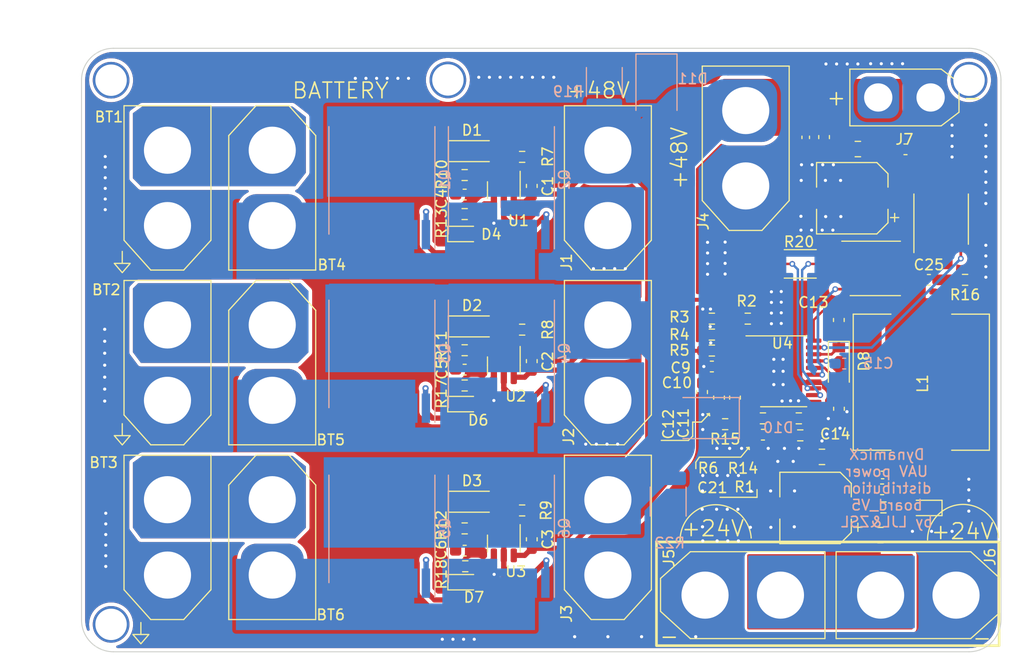
<source format=kicad_pcb>
(kicad_pcb (version 20211014) (generator pcbnew)
  (layers (0 "F.Cu" signal) (31 "B.Cu" signal) (34 "B.Paste" user) (35 "F.Paste" user) (36 "B.SilkS" user "B.Silkscreen") (37 "F.SilkS" user "F.Silkscreen") (38 "B.Mask" user) (39 "F.Mask" user) (44 "Edge.Cuts" user))
  (net 0 "")
  (net 1 "Net-(BT1-Pad1)")
  (net 2 "Net-(BT2-Pad1)")
  (net 3 "Net-(BT3-Pad1)")
  (net 4 "Net-(BT4-Pad1)")
  (net 5 "Net-(BT5-Pad1)")
  (net 6 "Net-(BT6-Pad1)")
  (net 7 "+48V")
  (net 8 "Net-(C1-Pad2)")
  (net 9 "Net-(C2-Pad2)")
  (net 10 "Net-(C4-Pad1)")
  (net 11 "Net-(C5-Pad1)")
  (net 12 "Net-(C6-Pad1)")
  (net 13 "Net-(D1-Pad2)")
  (net 14 "Net-(D2-Pad2)")
  (net 15 "Net-(D3-Pad2)")
  (net 16 "Net-(D4-Pad2)")
  (net 17 "Net-(C3-Pad2)")
  (net 18 "Net-(C12-Pad2)")
  (net 19 "Net-(C9-Pad1)")
  (net 20 "Net-(C10-Pad1)")
  (net 21 "Net-(C11-Pad1)")
  (net 22 "Net-(C11-Pad2)")
  (net 23 "Net-(C13-Pad2)")
  (net 24 "Net-(C13-Pad1)")
  (net 25 "Net-(C14-Pad1)")
  (net 26 "Net-(C15-Pad1)")
  (net 27 "+24V")
  (net 28 "Net-(R4-Pad2)")
  (net 29 "Net-(D9-Pad2)")
  (net 30 "Net-(Q7-Pad1)")
  (net 31 "Net-(Q8-Pad1)")
  (net 32 "Net-(Q8-Pad2)")
  (net 33 "Net-(D6-Pad2)")
  (net 34 "Net-(D7-Pad2)")
  (net 35 "Net-(R2-Pad1)")
  (net 36 "Net-(R5-Pad1)")
  (net 37 "Net-(R1-Pad2)")
  (net 38 "GNDPWR")
  (net 39 "Net-(C25-Pad2)")
  (footprint "Connector_AMASS:AMASS_XT60-M_1x02_P7.20mm_Vertical" (layer "F.Cu") (at 34.6964 68.11936 90)
    (fp_text reference "BT1")
    (fp_text value "Battery")
  )
  (footprint "Connector_AMASS:AMASS_XT60-M_1x02_P7.20mm_Vertical" (layer "F.Cu") (at 34.6964 84.81478 90)
    (fp_text reference "BT2")
    (fp_text value "Battery")
  )
  (footprint "Connector_AMASS:AMASS_XT60-M_1x02_P7.20mm_Vertical" (layer "F.Cu") (at 34.6964 101.5102 90)
    (fp_text reference "BT3")
    (fp_text value "Battery")
  )
  (footprint "Connector_AMASS:AMASS_XT60-M_1x02_P7.20mm_Vertical" (layer "F.Cu") (at 44.69686 60.91936 -90)
    (fp_text reference "BT4")
    (fp_text value "Battery")
  )
  (footprint "Connector_AMASS:AMASS_XT60-M_1x02_P7.20mm_Vertical" (layer "F.Cu") (at 44.69686 77.61478 -90)
    (fp_text reference "BT5")
    (fp_text value "Battery")
  )
  (footprint "Connector_AMASS:AMASS_XT60-M_1x02_P7.20mm_Vertical" (layer "F.Cu") (at 44.69686 94.3102 -90)
    (fp_text reference "BT6")
    (fp_text value "Battery")
  )
  (footprint "Capacitor_SMD:C_0603_1608Metric_Pad1.08x0.95mm_HandSolder" (layer "F.Cu") (at 69.476501 64.3323 90)
    (fp_text reference "C1")
    (fp_text value "0.1uF/100V")
  )
  (footprint "Capacitor_SMD:C_0603_1608Metric_Pad1.08x0.95mm_HandSolder" (layer "F.Cu") (at 69.476501 81.06861 90)
    (fp_text reference "C2")
    (fp_text value "0.1uF/100V")
  )
  (footprint "Capacitor_SMD:C_0603_1608Metric_Pad1.08x0.95mm_HandSolder" (layer "F.Cu") (at 69.476501 98.09156 90)
    (fp_text reference "C3")
    (fp_text value "0.1uF/100V")
  )
  (footprint "Capacitor_SMD:C_0603_1608Metric_Pad1.08x0.95mm_HandSolder" (layer "F.Cu") (at 63.069121 65.15596)
    (fp_text reference "C4")
    (fp_text value "0.1uF")
  )
  (footprint "Capacitor_SMD:C_0603_1608Metric_Pad1.08x0.95mm_HandSolder" (layer "F.Cu") (at 63.069121 81.88236)
    (fp_text reference "C5")
    (fp_text value "0.1uF")
  )
  (footprint "Capacitor_SMD:C_0603_1608Metric_Pad1.08x0.95mm_HandSolder" (layer "F.Cu") (at 63.069121 99.17836)
    (fp_text reference "C6")
    (fp_text value "0.1uF")
  )
  (footprint "Diode_SMD:D_SOD-123" (layer "F.Cu") (at 63.769121 61.00864)
    (fp_text reference "D1")
    (fp_text value "D")
  )
  (footprint "Diode_SMD:D_SOD-123" (layer "F.Cu") (at 63.769121 77.75486)
    (fp_text reference "D2")
    (fp_text value "D")
  )
  (footprint "Diode_SMD:D_SOD-123" (layer "F.Cu") (at 63.769121 94.50476)
    (fp_text reference "D3")
    (fp_text value "D")
  )
  (footprint "LED_SMD:LED_0603_1608Metric_Pad1.05x0.95mm_HandSolder" (layer "F.Cu") (at 63.114121 68.92328)
    (fp_text reference "D4")
    (fp_text value "LED")
  )
  (footprint "Connector_AMASS:AMASS_XT60-F_1x02_P7.20mm_Vertical" (layer "F.Cu") (at 76.742801 68.11936 90)
    (fp_text reference "J1")
    (fp_text value "Conn_01x02")
  )
  (footprint "Connector_AMASS:AMASS_XT60-F_1x02_P7.20mm_Vertical" (layer "F.Cu") (at 76.742801 84.81478 90)
    (fp_text reference "J2")
    (fp_text value "Conn_01x02")
  )
  (footprint "Connector_AMASS:AMASS_XT60-F_1x02_P7.20mm_Vertical" (layer "F.Cu") (at 76.742801 101.5102 90)
    (fp_text reference "J3")
    (fp_text value "Conn_01x02")
  )
  (footprint "Resistor_SMD:R_0603_1608Metric_Pad0.98x0.95mm_HandSolder" (layer "F.Cu") (at 68.556501 61.55436 180)
    (fp_text reference "R7")
    (fp_text value "100")
  )
  (footprint "Resistor_SMD:R_0603_1608Metric_Pad0.98x0.95mm_HandSolder" (layer "F.Cu") (at 68.556501 78.06436 180)
    (fp_text reference "R8")
    (fp_text value "100")
  )
  (footprint "Resistor_SMD:R_0603_1608Metric_Pad0.98x0.95mm_HandSolder" (layer "F.Cu") (at 68.556501 95.33636 180)
    (fp_text reference "R9")
    (fp_text value "100")
  )
  (footprint "Resistor_SMD:R_0603_1608Metric_Pad0.98x0.95mm_HandSolder" (layer "F.Cu") (at 63.069121 63.2923 180)
    (fp_text reference "R10")
    (fp_text value "1k")
  )
  (footprint "Resistor_SMD:R_0603_1608Metric_Pad0.98x0.95mm_HandSolder" (layer "F.Cu") (at 63.069121 80.02861 180)
    (fp_text reference "R11")
    (fp_text value "1k")
  )
  (footprint "Resistor_SMD:R_0603_1608Metric_Pad0.98x0.95mm_HandSolder" (layer "F.Cu") (at 63.069121 97.05156 180)
    (fp_text reference "R12")
    (fp_text value "1k")
  )
  (footprint "Resistor_SMD:R_0603_1608Metric_Pad0.98x0.95mm_HandSolder" (layer "F.Cu") (at 63.069121 67.01962 180)
    (fp_text reference "R13")
    (fp_text value "24k")
  )
  (footprint "Package_TO_SOT_SMD:TSOT-23-6" (layer "F.Cu") (at 66.806961 64.7323 -90)
    (fp_text reference "U1")
    (fp_text value "LM5050-2")
  )
  (footprint "Package_TO_SOT_SMD:TSOT-23-6" (layer "F.Cu") (at 66.806961 81.46861 -90)
    (fp_text reference "U2")
    (fp_text value "LM5050-2")
  )
  (footprint "Package_TO_SOT_SMD:TSOT-23-6" (layer "F.Cu") (at 66.806961 98.49156 -90)
    (fp_text reference "U3")
    (fp_text value "LM5050-2")
  )
  (footprint "Resistor_SMD:R_0603_1608Metric_Pad0.98x0.95mm_HandSolder" (layer "F.Cu") (at 95.10975 88.1634)
    (fp_text reference "R1")
    (fp_text value "10K/NC")
  )
  (footprint "Connector_AMASS:AMASS_XT60-F_1x02_P7.20mm_Vertical" (layer "F.Cu") (at 89.90275 64.3314 90)
    (fp_text reference "J4")
    (fp_text value "Conn_01x02")
  )
  (footprint "Capacitor_SMD:C_0805_2012Metric_Pad1.18x1.45mm_HandSolder" (layer "F.Cu") (at 102.7684 97.6884)
    (fp_text reference "C16" hide)
    (fp_text value "100uF")
  )
  (footprint "Resistor_SMD:R_0603_1608Metric_Pad0.98x0.95mm_HandSolder" (layer "F.Cu") (at 110.8456 73.3044 180)
    (fp_text reference "R16")
    (fp_text value "10R")
  )
  (footprint "Package_SO:HTSSOP-20-1EP_4.4x6.5mm_P0.65mm_EP2.85x4mm" (layer "F.Cu") (at 93.52725 82.0414)
    (fp_text reference "U4")
    (fp_text value "LM5116")
  )
  (footprint "Resistor_SMD:R_0603_1608Metric_Pad0.98x0.95mm_HandSolder" (layer "F.Cu") (at 91.54605 86.5372 180)
    (fp_text reference "R6")
    (fp_text value "221k")
  )
  (footprint "Diode_SMD:D_SOD-123" (layer "F.Cu") (at 98.79275 81.4324 -90)
    (fp_text reference "D8")
    (fp_text value "FR107")
  )
  (footprint "Resistor_SMD:R_0603_1608Metric_Pad0.98x0.95mm_HandSolder" (layer "F.Cu") (at 87.93925 87.096)
    (fp_text reference "R15")
    (fp_text value "169k")
  )
  (footprint "Connector_AMASS:AMASS_XT60-F_1x02_P7.20mm_Vertical" (layer "F.Cu") (at 86.018 103.4288)
    (fp_text reference "J5")
    (fp_text value "Conn_01x02")
  )
  (footprint "Inductor_SMD:L_Wuerth_HCI-1365" (layer "F.Cu") (at 106.66675 83.0834 -90)
    (fp_text reference "L1")
    (fp_text value "8.2uH")
  )
  (footprint "Package_SON:VSONP-8-1EP_5x6_P1.27mm" (layer "F.Cu") (at 102.27275 72.2122)
    (fp_text reference "Q8" hide)
    (fp_text value "CSD18540")
  )
  (footprint "Capacitor_SMD:CP_Elec_6.3x7.7" (layer "F.Cu") (at 100.076 65.5066 180)
    (fp_text reference "C7" hide)
    (fp_text value "470uF")
  )
  (footprint "Capacitor_SMD:C_0603_1608Metric_Pad1.08x0.95mm_HandSolder" (layer "F.Cu") (at 86.66925 81.5842 180)
    (fp_text reference "C9")
    (fp_text value "470pF")
  )
  (footprint "Capacitor_SMD:C_0603_1608Metric_Pad1.08x0.95mm_HandSolder" (layer "F.Cu") (at 85.73715 84.0232 -90)
    (fp_text reference "C10")
    (fp_text value "33nF")
  )
  (footprint "Resistor_SMD:R_0603_1608Metric_Pad0.98x0.95mm_HandSolder" (layer "F.Cu") (at 86.66925 78.5362)
    (fp_text reference "R4")
    (fp_text value "5.23k")
  )
  (footprint "Resistor_SMD:R_0603_1608Metric_Pad0.98x0.95mm_HandSolder" (layer "F.Cu") (at 63.126501 100.67036 180)
    (fp_text reference "R18")
    (fp_text value "24k")
  )
  (footprint "Connector_AMASS:AMASS_XT60-F_1x02_P7.20mm_Vertical" (layer "F.Cu") (at 109.982 103.4288 180)
    (fp_text reference "J6")
    (fp_text value "Conn_01x02")
  )
  (footprint "LED_SMD:LED_0603_1608Metric_Pad1.05x0.95mm_HandSolder" (layer "F.Cu") (at 63.114121 85.17636)
    (fp_text reference "D6")
    (fp_text value "LED")
  )
  (footprint "Capacitor_SMD:C_0603_1608Metric_Pad1.08x0.95mm_HandSolder" (layer "F.Cu") (at 98.806 85.6234 -90)
    (fp_text reference "C14")
    (fp_text value "1uF")
  )
  (footprint "Resistor_SMD:R_2010_5025Metric_Pad1.40x2.65mm_HandSolder" (layer "F.Cu") (at 95.10975 71.7804)
    (fp_text reference "R20")
    (fp_text value "6mO")
  )
  (footprint "Capacitor_SMD:C_0402_1005Metric_Pad0.74x0.62mm_HandSolder" (layer "F.Cu") (at 102.9716 91.948)
    (fp_text reference "C24" hide)
    (fp_text value "100nF")
  )
  (footprint "Resistor_SMD:R_0603_1608Metric_Pad0.98x0.95mm_HandSolder" (layer "F.Cu") (at 103.0478 95.0468)
    (fp_text reference "R21" hide)
    (fp_text value "10k")
  )
  (footprint "Capacitor_SMD:C_0603_1608Metric_Pad1.08x0.95mm_HandSolder" (layer "F.Cu") (at 107.3912 73.3044)
    (fp_text reference "C25")
    (fp_text value "100nF")
  )
  (footprint "Resistor_SMD:R_0603_1608Metric_Pad0.98x0.95mm_HandSolder" (layer "F.Cu") (at 90.09825 77.0122)
    (fp_text reference "R2")
    (fp_text value "52k")
  )
  (footprint "Capacitor_SMD:C_0805_2012Metric_Pad1.18x1.45mm_HandSolder" (layer "F.Cu") (at 97.1804 90.2208 180)
    (fp_text reference "C20" hide)
    (fp_text value "100uF")
  )
  (footprint "Capacitor_SMD:C_0603_1608Metric_Pad1.08x0.95mm_HandSolder" (layer "F.Cu") (at 105.156 60.833)
    (fp_text reference "C23" hide)
    (fp_text value "10uF")
  )
  (footprint "Capacitor_SMD:C_0402_1005Metric_Pad0.74x0.62mm_HandSolder" (layer "F.Cu") (at 95.631 59.69 -90)
    (fp_text reference "C22" hide)
    (fp_text value "100nF")
  )
  (footprint "Capacitor_SMD:CP_Elec_6.3x7.7" (layer "F.Cu") (at 96.5708 95.0976 180)
    (fp_text reference "C17" hide)
    (fp_text value "470uF")
  )
  (footprint "LED_SMD:LED_0603_1608Metric_Pad1.05x0.95mm_HandSolder" (layer "F.Cu") (at 63.126501 102.19436)
    (fp_text reference "D7")
    (fp_text value "LED")
  )
  (footprint "Capacitor_SMD:C_0603_1608Metric_Pad1.08x0.95mm_HandSolder" (layer "F.Cu") (at 91.54605 88.1002)
    (fp_text reference "C21")
    (fp_text value "1nf")
  )
  (footprint "LED_SMD:LED_0603_1608Metric_Pad1.05x0.95mm_HandSolder" (layer "F.Cu") (at 106.9848 95.0976 180)
    (fp_text reference "D9" hide)
    (fp_text value "LED")
  )
  (footprint "Capacitor_SMD:C_0805_2012Metric_Pad1.18x1.45mm_HandSolder" (layer "F.Cu") (at 100.6094 60.8076 180)
    (fp_text reference "C19" hide)
    (fp_text value "100uF")
  )
  (footprint "Resistor_SMD:R_0603_1608Metric_Pad0.98x0.95mm_HandSolder" (layer "F.Cu") (at 86.66925 77.0122)
    (fp_text reference "R3")
    (fp_text value "2k")
  )
  (footprint "Connector_AMASS:AMASS_XT30U-F_1x02_P5.0mm_Vertical" (layer "F.Cu") (at 107.5544 55.88 180)
    (fp_text reference "J7")
    (fp_text value "Conn_01x02")
  )
  (footprint "Resistor_SMD:R_0603_1608Metric_Pad0.98x0.95mm_HandSolder" (layer "F.Cu") (at 94.9706 86.5372 180)
    (fp_text reference "R14")
    (fp_text value "11.8k")
  )
  (footprint "Resistor_SMD:R_0603_1608Metric_Pad0.98x0.95mm_HandSolder" (layer "F.Cu") (at 63.069121 83.39836 180)
    (fp_text reference "R17")
    (fp_text value "24k")
  )
  (footprint "Capacitor_SMD:C_0603_1608Metric_Pad1.08x0.95mm_HandSolder" (layer "F.Cu") (at 88.87905 84.556 -90)
    (fp_text reference "C11")
    (fp_text value "6.8pf")
  )
  (footprint "Capacitor_SMD:C_0603_1608Metric_Pad1.08x0.95mm_HandSolder" (layer "F.Cu") (at 87.35505 84.556 -90)
    (fp_text reference "C12")
    (fp_text value "180pf")
  )
  (footprint "Resistor_SMD:R_0603_1608Metric_Pad0.98x0.95mm_HandSolder" (layer "F.Cu") (at 86.66925 80.0608 180)
    (fp_text reference "R5")
    (fp_text value "1M")
  )
  (footprint "Capacitor_SMD:C_0603_1608Metric_Pad1.08x0.95mm_HandSolder" (layer "F.Cu") (at 97.3836 59.6646 -90)
    (fp_text reference "C8" hide)
    (fp_text value "100nF")
  )
  (footprint "Package_SON:VSONP-8-1EP_5x6_P1.27mm" (layer "F.Cu") (at 108.5596 67.5031 90)
    (fp_text reference "Q7" hide)
    (fp_text value "CSD18540")
  )
  (footprint "Capacitor_SMD:C_0603_1608Metric_Pad1.08x0.95mm_HandSolder" (layer "F.Cu") (at 98.79275 77.1409 -90)
    (fp_text reference "C13")
    (fp_text value "100nF")
  )
  (footprint "Capacitor_SMD:C_0603_1608Metric_Pad1.08x0.95mm_HandSolder" (layer "F.Cu") (at 102.9208 93.3196)
    (fp_text reference "C18" hide)
    (fp_text value "100nF")
  )
  (footprint "Package_TO_SOT_SMD:Infineon_PG-HSOF-8-1" (layer "B.Cu") (at 55.1688 63.7364 90)
    (fp_text reference "Q1")
    (fp_text value "IPT015N10N5")
  )
  (footprint "Package_TO_SOT_SMD:Infineon_PG-HSOF-8-1" (layer "B.Cu") (at 66.5768 63.7364 90)
    (fp_text reference "Q2")
    (fp_text value "IPT015N10N5")
  )
  (footprint "Package_TO_SOT_SMD:Infineon_PG-HSOF-8-1" (layer "B.Cu") (at 55.1688 80.31556 90)
    (fp_text reference "Q3")
    (fp_text value "IPT015N10N5")
  )
  (footprint "Package_TO_SOT_SMD:Infineon_PG-HSOF-8-1" (layer "B.Cu") (at 66.5768 80.31556 90)
    (fp_text reference "Q4")
    (fp_text value "IPT015N10N5")
  )
  (footprint "Package_TO_SOT_SMD:Infineon_PG-HSOF-8-1" (layer "B.Cu") (at 55.1688 97.03476 90)
    (fp_text reference "Q5")
    (fp_text value "IPT015N10N5")
  )
  (footprint "Package_TO_SOT_SMD:Infineon_PG-HSOF-8-1" (layer "B.Cu") (at 66.5768 97.03476 90)
    (fp_text reference "Q6")
    (fp_text value "IPT015N10N5")
  )
  (footprint "Diode_SMD:D_1812_4532Metric_Pad1.30x3.40mm_HandSolder" (layer "B.Cu") (at 86.1568 86.5124 180)
    (fp_text reference "D10")
    (fp_text value "SMD4532-075")
  )
  (footprint "Capacitor_SMD:C_0603_1608Metric_Pad1.08x0.95mm_HandSolder" (layer "B.Cu") (at 99.30075 81.3054)
    (fp_text reference "C15")
    (fp_text value "1uF")
  )
  (footprint "Resistor_SMD:R_1812_4532Metric_Pad1.30x3.40mm_HandSolder" (layer "B.Cu") (at 76.4032 54.4068 90)
    (fp_text reference "R19")
    (fp_text value "Varistor_82V")
  )
  (footprint "Resistor_SMD:R_1812_4532Metric_Pad1.30x3.40mm_HandSolder" (layer "B.Cu") (at 82.4992 94.488 -90)
    (fp_text reference "R22")
    (fp_text value "Varistor_82V")
  )
  (footprint "Diode_SMD:D_1812_4532Metric_Pad1.30x3.40mm_HandSolder" (layer "B.Cu") (at 81.3816 54.864 -90)
    (fp_text reference "D11")
    (fp_text value "SMD4532-075")
  )
  (gr_poly (pts (xy 30.3784 72.6186) (xy 29.6164 71.7296) (xy 31.1404 71.7296)) (layer "F.SilkS") (width 0.12) (fill none))
  (gr_line (start 90.2462 89.5096) (end 90.2208 89.3064) (layer "F.SilkS") (width 0.12))
  (gr_line (start 84.836 86.8934) (end 85.6742 86.8934) (layer "F.SilkS") (width 0.12))
  (gr_rect (start 81.3816 98.3488) (end 114.0968 108.2548) (layer "F.SilkS") (width 0.254) (fill none))
  (gr_line (start 90.2208 89.3064) (end 89.9922 89.3318) (layer "F.SilkS") (width 0.12))
  (gr_poly (pts (xy 32.1564 108.077) (xy 31.3944 107.188) (xy 32.9184 107.188)) (layer "F.SilkS") (width 0.12) (fill none))
  (gr_arc (start 83.640417 98.17634) (mid 86.932924 94.7928) (end 90.424 97.971059) (layer "F.SilkS") (width 0.12))
  (gr_line (start 30.3784 88.1888) (end 30.3784 87.0458) (layer "F.SilkS") (width 0.12))
  (gr_line (start 90.8304 94.0816) (end 90.9828 94.0816) (layer "F.SilkS") (width 0.12))
  (gr_line (start 85.1408 90.7288) (end 85.1408 91.3384) (layer "F.SilkS") (width 0.12))
  (gr_line (start 85.471 90.2462) (end 85.1408 90.7288) (layer "F.SilkS") (width 0.12))
  (gr_line (start 87.4522 94.0816) (end 90.8304 94.0816) (layer "F.SilkS") (width 0.12))
  (gr_line (start 89.9922 89.3318) (end 90.2462 89.5096) (layer "F.SilkS") (width 0.12))
  (gr_line (start 84.4296 88.646) (end 81.8388 88.646) (layer "F.SilkS") (width 0.12))
  (gr_poly (pts (xy 30.3784 89.0778) (xy 29.6164 88.1888) (xy 31.1404 88.1888)) (layer "F.SilkS") (width 0.12) (fill none))
  (gr_line (start 84.836 86.8934) (end 84.836 88.2396) (layer "F.SilkS") (width 0.12))
  (gr_line (start 89.4334 90.2462) (end 85.471 90.2462) (layer "F.SilkS") (width 0.12))
  (gr_line (start 85.6742 86.8934) (end 86.4362 86.0806) (layer "F.SilkS") (width 0.12))
  (gr_line (start 90.9828 94.0816) (end 90.9828 93.345) (layer "F.SilkS") (width 0.12))
  (gr_line (start 86.4616 86.2838) (end 86.4362 86.0806) (layer "F.SilkS") (width 0.12))
  (gr_line (start 84.836 88.2396) (end 84.4296 88.646) (layer "F.SilkS") (width 0.12))
  (gr_arc (start 107.262417 98.147681) (mid 110.554924 94.764141) (end 114.046 97.9424) (layer "F.SilkS") (width 0.12))
  (gr_line (start 86.2076 86.106) (end 86.4616 86.2838) (layer "F.SilkS") (width 0.12))
  (gr_line (start 89.4334 90.2462) (end 90.2208 89.3064) (layer "F.SilkS") (width 0.12))
  (gr_line (start 86.4362 86.0806) (end 86.2076 86.106) (layer "F.SilkS") (width 0.12))
  (gr_line (start 32.1564 107.188) (end 32.1564 106.045) (layer "F.SilkS") (width 0.12))
  (gr_line (start 30.3784 71.7296) (end 30.3784 70.5866) (layer "F.SilkS") (width 0.12))
  (gr_arc (start 29.536461 108.839) (mid 27.3812 107.946261) (end 26.488461 105.791) (layer "Edge.Cuts") (width 0.1))
  (gr_arc (start 26.488461 54.229) (mid 27.3812 52.073739) (end 29.536461 51.181) (layer "Edge.Cuts") (width 0.1))
  (gr_line (start 26.488461 54.229) (end 26.488461 105.791) (layer "Edge.Cuts") (width 0.1))
  (gr_line (start 29.536461 108.839) (end 111.222 108.839) (layer "Edge.Cuts") (width 0.1))
  (gr_arc (start 111.222 51.181) (mid 113.377261 52.073739) (end 114.27 54.229) (layer "Edge.Cuts") (width 0.1))
  (gr_line (start 29.536461 51.181) (end 111.222 51.181) (layer "Edge.Cuts") (width 0.1))
  (gr_arc (start 114.27 105.791) (mid 113.377261 107.946261) (end 111.222 108.839) (layer "Edge.Cuts") (width 0.1))
  (gr_line (start 114.27 54.229) (end 114.27 105.791) (layer "Edge.Cuts") (width 0.1))
  (gr_text "DynamicX\nUAV power\ndistribution\nboard_V5\nby LJL&ZSL" (at 103.378 93.218) (layer "B.SilkS") (effects (font (size 1 1)) (justify mirror)))
  (gr_text "-" (at 82.6008 107.3404) (layer "F.SilkS") (effects (font (size 1.5 1.5))))
  (gr_text "BATTERY" (at 51.2064 55.2196) (layer "F.SilkS") (effects (font (size 1.5 1.5))))
  (gr_text "+48V" (at 83.566 61.6712 90) (layer "F.SilkS") (effects (font (size 1.5 1.5))))
  (gr_text "-" (at 112.4712 107.4928) (layer "F.SilkS") (effects (font (size 1.5 1.5))))
  (gr_text "+24V" (at 86.7664 97.0534) (layer "F.SilkS") (effects (font (size 1.5 1.5))))
  (gr_text "+48V" (at 75.856501 55.20436) (layer "F.SilkS") (effects (font (size 1.5 1.5))))
  (gr_text "+24V" (at 110.5916 97.3328) (layer "F.SilkS") (effects (font (size 1.5 1.5))))
  (via (at 61.468 54.2036) (size 3.5) (drill 3) (layers "F.Cu" "B.Cu") (net 0))
  (via (at 29.3116 106.2228) (size 3.5) (drill 3) (layers "F.Cu" "B.Cu") (net 0))
  (via (at 29.3116 54.229) (size 3.5) (drill 3) (layers "F.Cu" "B.Cu") (net 0))
  (via (at 111.222 54.229) (size 3.5) (drill 3) (layers "F.Cu" "B.Cu") (net 0))
  (segment (start 65.856961 66.0423) (end 64.958941 66.0423) (width 0.5) (layer "F.Cu") (net 4))
  (segment (start 65.856961 66.0423) (end 65.856961 67.8917) (width 0.5) (layer "F.Cu") (net 4))
  (segment (start 64.958941 66.0423) (end 63.981621 67.01962) (width 0.5) (layer "F.Cu") (net 4))
  (via (at 65.856961 67.8917) (size 0.6096) (drill 0.3048) (layers "F.Cu" "B.Cu") (net 4))
  (segment (start 61.08186 66.57086) (end 61.087 66.576) (width 0.5) (layer "B.Cu") (net 4))
  (segment (start 65.064711 83.39836) (end 65.856961 82.60611) (width 0.5) (layer "F.Cu") (net 5))
  (segment (start 65.856961 84.83342) (end 65.856961 82.77861) (width 0.5) (layer "F.Cu") (net 5))
  (segment (start 63.981621 83.39836) (end 65.064711 83.39836) (width 0.5) (layer "F.Cu") (net 5))
  (via (at 65.856961 84.83342) (size 0.6) (drill 0.3) (layers "F.Cu" "B.Cu") (net 5))
  (segment (start 65.856961 99.9719) (end 65.856961 99.62906) (width 0.5) (layer "F.Cu") (net 6))
  (segment (start 65.882401 101.44506) (end 65.882401 99.827) (width 0.5) (layer "F.Cu") (net 6))
  (segment (start 65.158501 100.67036) (end 65.856961 99.9719) (width 0.5) (layer "F.Cu") (net 6))
  (segment (start 65.882401 99.827) (end 65.856961 99.80156) (width 0.5) (layer "F.Cu") (net 6))
  (segment (start 64.039001 100.67036) (end 65.158501 100.67036) (width 0.5) (layer "F.Cu") (net 6))
  (via (at 65.882401 101.44506) (size 0.6) (drill 0.3) (layers "F.Cu" "B.Cu") (net 6))
  (segment (start 68.801501 99.62906) (end 69.476501 98.95406) (width 0.5) (layer "F.Cu") (net 7))
  (segment (start 82.55 79.248) (end 82.55 89.18194) (width 4.5) (layer "F.Cu") (net 7))
  (segment (start 82.55 63.881) (end 79.58836 60.91936) (width 4.5) (layer "F.Cu") (net 7))
  (segment (start 67.756961 65.8698) (end 68.801501 65.8698) (width 0.5) (layer "F.Cu") (net 7))
  (segment (start 91.01075 75.8794) (end 90.34075 75.2094) (width 0.381) (layer "F.Cu") (net 7))
  (segment (start 68.801501 65.8698) (end 69.476501 65.1948) (width 0.5) (layer "F.Cu") (net 7))
  (segment (start 78.279661 94.37878) (end 76.742801 94.37878) (width 4.5) (layer "F.Cu") (net 7))
  (segment (start 81.005081 77.68336) (end 76.742801 77.68336) (width 4.5) (layer "F.Cu") (net 7))
  (segment (start 83.53806 76.2) (end 82.55 75.21194) (width 0.381) (layer "F.Cu") (net 7))
  (segment (start 69.476501 98.95406) (end 72.970801 98.95406) (width 0.5) (layer "F.Cu") (net 7))
  (segment (start 82.55 75.21194) (end 82.55 79.248) (width 4.5) (layer "F.Cu") (net 7))
  (segment (start 91.01075 79.0442) (end 91.01075 77.0122) (width 0.381) (layer "F.Cu") (net 7))
  (segment (start 78.339421 94.54728) (end 76.979881 94.54728) (width 4.5) (layer "F.Cu") (net 7))
  (segment (start 90.34075 75.2094) (end 83.39781 75.2094) (width 0.381) (layer "F.Cu") (net 7))
  (segment (start 69.476501 81.93111) (end 72.426471 81.93111) (width 0.5) (layer "F.Cu") (net 7))
  (segment (start 82.55 61.595) (end 87.0136 57.1314) (width 4.5) (layer "F.Cu") (net 7))
  (segment (start 67.756961 99.62906) (end 68.801501 99.62906) (width 0.5) (layer "F.Cu") (net 7))
  (segment (start 82.55 89.281) (end 78.279661 94.37878) (width 4.5) (layer "F.Cu") (net 7))
  (segment (start 67.756961 82.60611) (end 68.801501 82.60611) (width 0.5) (layer "F.Cu") (net 7))
  (segment (start 77.418441 61.595) (end 76.742801 60.91936) (width 4.5) (layer "F.Cu") (net 7))
  (segment (start 72.551801 65.11036) (end 76.742801 60.91936) (width 0.5) (layer "F.Cu") (net 7))
  (segment (start 79.58836 60.91936) (end 76.742801 60.91936) (width 4.5) (layer "F.Cu") (net 7))
  (segment (start 68.801501 82.60611) (end 69.476501 81.93111) (width 0.5) (layer "F.Cu") (net 7))
  (segment (start 76.742801 95.18206) (end 76.742801 94.3102) (width 0.5) (layer "F.Cu") (net 7))
  (segment (start 83.0834 60.5536) (end 77.951841 60.5536) (width 4.5) (layer "F.Cu") (net 7))
  (segment (start 72.426471 81.93111) (end 76.742801 77.61478) (width 0.5) (layer "F.Cu") (net 7))
  (segment (start 82.55 63.881) (end 82.55 75.057) (width 4.5) (layer "F.Cu") (net 7))
  (segment (start 91.01075 77.0122) (end 91.01075 75.8794) (width 0.381) (layer "F.Cu") (net 7))
  (segment (start 69.476501 65.1948) (end 69.560941 65.11036) (width 0.5) (layer "F.Cu") (net 7))
  (segment (start 69.560941 65.11036) (end 72.551801 65.11036) (width 0.5) (layer "F.Cu") (net 7))
  (segment (start 82.55 63.881) (end 82.55 61.595) (width 4.5) (layer "F.Cu") (net 7))
  (segment (start 85.75675 80.0856) (end 84.23795 80.0856) (width 0.381) (layer "F.Cu") (net 7))
  (segment (start 72.970801 98.95406) (end 76.742801 95.18206) (width 0.5) (layer "F.Cu") (net 7))
  (segment (start 84.3782 81.0762) (end 82.55 79.248) (width 0.381) (layer "F.Cu") (net 7))
  (segment (start 87.0136 57.1314) (end 89.90275 57.1314) (width 4.5) (layer "F.Cu") (net 7))
  (segment (start 83.8894 57.1314) (end 89.90275 57.1314) (width 4.5) (layer "B.Cu") (net 7))
  (segment (start 76.742801 94.3102) (end 77.60716 94.3102) (width 4.5) (layer "B.Cu") (net 7))
  (segment (start 82.804 64.008) (end 82.804 63.62192) (width 4.5) (layer "B.Cu") (net 7))
  (segment (start 82.804 64.008) (end 82.804 61.5696) (width 4.5) (layer "B.Cu") (net 7))
  (segment (start 62.357 94.23476) (end 62.357 96.06976) (width 0.25) (layer "B.Cu") (net 7))
  (segment (start 80.33258 77.61478) (end 76.742801 77.61478) (width 4.5) (layer "B.Cu") (net 7))
  (segment (start 77.60716 94.3102) (end 82.804 89.11336) (width 4.5) (layer "B.Cu") (net 7))
  (segment (start 82.804 58.2168) (end 80.10144 60.91936) (width 4.5) (layer "B.Cu") (net 7))
  (segment (start 82.804 61.5696) (end 82.804 58.2168) (width 4.5) (layer "B.Cu") (net 7))
  (segment (start 62.682001 77.51556) (end 62.682001 79.35056) (width 0.25) (layer "B.Cu") (net 7))
  (segment (start 82.804 58.2168) (end 83.8894 57.1314) (width 4.5) (layer "B.Cu") (net 7))
  (segment (start 62.357 62.611) (end 62.992 63.246) (width 0.25) (layer "B.Cu") (net 7))
  (segment (start 82.804 63.62192) (end 80.10144 60.91936) (width 4.5) (layer "B.Cu") (net 7))
  (segment (start 62.682001 79.35056) (end 63.317001 79.98556) (width 0.25) (layer "B.Cu") (net 7))
  (segment (start 82.804 80.0862) (end 80.33258 77.61478) (width 4.5) (layer "B.Cu") (net 7))
  (segment (start 62.357 96.06976) (end 62.992 96.70476) (width 0.25) (layer "B.Cu") (net 7))
  (segment (start 87.9695 56.3787) (end 83.5313 60.8169) (width 4.5) (layer "B.Cu") (net 7))
  (segment (start 81.005081 77.61478) (end 76.742801 77.61478) (width 4.5) (layer "B.Cu") (net 7))
  (segment (start 80.10144 60.91936) (end 76.742801 60.91936) (width 4.5) (layer "B.Cu") (net 7))
  (segment (start 62.357 60.776) (end 62.357 62.611) (width 0.25) (layer "B.Cu") (net 7))
  (segment (start 82.804 64.008) (end 82.804 80.0862) (width 4.5) (layer "B.Cu") (net 7))
  (segment (start 82.804 89.11336) (end 82.804 80.0862) (width 4.5) (layer "B.Cu") (net 7))
  (segment (start 89.90275 57.1314) (end 87.2422 57.1314) (width 4.5) (layer "B.Cu") (net 7))
  (segment (start 69.469001 61.55436) (end 69.469001 63.4623) (width 0.5) (layer "F.Cu") (net 8))
  (segment (start 69.469001 63.4623) (end 69.476501 63.4698) (width 0.5) (layer "F.Cu") (net 8))
  (segment (start 67.881961 63.4698) (end 67.756961 63.5948) (width 0.5) (layer "F.Cu") (net 8))
  (segment (start 69.476501 63.4698) (end 67.881961 63.4698) (width 0.5) (layer "F.Cu") (net 8))
  (segment (start 69.469001 80.19861) (end 69.476501 80.20611) (width 0.5) (layer "F.Cu") (net 9))
  (segment (start 69.469001 78.06436) (end 69.469001 80.19861) (width 0.5) (layer "F.Cu") (net 9))
  (segment (start 69.351501 80.33111) (end 69.476501 80.20611) (width 0.5) (layer "F.Cu") (net 9))
  (segment (start 67.756961 80.33111) (end 69.351501 80.33111) (width 0.5) (layer "F.Cu") (net 9))
  (segment (start 62.156621 65.10596) (end 62.206621 65.15596) (width 0.5) (layer "F.Cu") (net 10))
  (segment (start 62.119121 63.2548) (end 62.156621 63.2923) (width 0.5) (layer "F.Cu") (net 10))
  (segment (start 62.119121 61.00864) (end 62.119121 63.2548) (width 0.5) (layer "F.Cu") (net 10))
  (segment (start 62.156621 63.2923) (end 62.156621 65.10596) (width 0.5) (layer "F.Cu") (net 10))
  (segment (start 62.156621 80.02861) (end 62.156621 81.83236) (width 0.5) (layer "F.Cu") (net 11))
  (segment (start 62.156621 81.83236) (end 62.206621 81.88236) (width 0.5) (layer "F.Cu") (net 11))
  (segment (start 62.119121 77.75486) (end 62.119121 79.99111) (width 0.5) (layer "F.Cu") (net 11))
  (segment (start 62.119121 79.99111) (end 62.156621 80.02861) (width 0.5) (layer "F.Cu") (net 11))
  (segment (start 62.156621 99.12836) (end 62.206621 99.17836) (width 0.5) (layer "F.Cu") (net 12))
  (segment (start 62.119121 94.50476) (end 62.119121 97.01406) (width 0.5) (layer "F.Cu") (net 12))
  (segment (start 62.156621 97.05156) (end 62.156621 99.12836) (width 0.5) (layer "F.Cu") (net 12))
  (segment (start 62.119121 97.01406) (end 62.156621 97.05156) (width 0.5) (layer "F.Cu") (net 12))
  (segment (start 67.7164 68.2752) (end 69.6468 68.2752) (width 0.5) (layer "F.Cu") (net 13))
  (segment (start 66.806961 65.247298) (end 66.806961 65.8698) (width 0.5) (layer "F.Cu") (net 13))
  (segment (start 63.981621 63.2923) (end 65.447101 64.75778) (width 0.5) (layer "F.Cu") (net 13))
  (segment (start 66.806961 67.365761) (end 67.7164 68.2752) (width 0.5) (layer "F.Cu") (net 13))
  (segment (start 66.806961 65.8698) (end 66.806961 67.152639) (width 0.5) (layer "F.Cu") (net 13))
  (segment (start 66.806961 67.152639) (end 66.806961 67.365761) (width 0.5) (layer "F.Cu") (net 13))
  (segment (start 60.198 70.7136) (end 59.3852 69.9008) (width 0.5) (layer "F.Cu") (net 13))
  (segment (start 59.3852 69.9008) (end 59.3852 66.802) (width 0.5) (layer "F.Cu") (net 13))
  (segment (start 69.6468 68.2752) (end 70.866 67.056) (width 0.5) (layer "F.Cu") (net 13))
  (segment (start 66.317443 64.75778) (end 66.806961 65.247298) (width 0.5) (layer "F.Cu") (net 13))
  (segment (start 64.353321 61.00864) (end 63.981621 61.38034) (width 0.5) (layer "F.Cu") (net 13))
  (segment (start 66.806961 67.152639) (end 66.806961 69.743439) (width 0.5) (layer "F.Cu") (net 13))
  (segment (start 66.806961 69.743439) (end 65.8368 70.7136) (width 0.5) (layer "F.Cu") (net 13))
  (segment (start 65.8368 70.7136) (end 60.198 70.7136) (width 0.5) (layer "F.Cu") (net 13))
  (segment (start 65.447101 64.75778) (end 66.317443 64.75778) (width 0.5) (layer "F.Cu") (net 13))
  (segment (start 65.419121 61.00864) (end 64.353321 61.00864) (width 0.5) (layer "F.Cu") (net 13))
  (segment (start 63.981621 61.38034) (end 63.981621 63.2923) (width 0.5) (layer "F.Cu") (net 13))
  (via (at 70.866 67.056) (size 0.6096) (drill 0.3048) (layers "F.Cu" "B.Cu") (net 13))
  (via (at 59.3852 66.802) (size 0.6096) (drill 0.3048) (layers "F.Cu" "B.Cu") (net 13))
  (segment (start 59.3852 68.97) (end 59.3688 68.9864) (width 0.5) (layer "B.Cu") (net 13))
  (segment (start 70.866 68.8972) (end 70.7768 68.9864) (width 0.5) (layer "B.Cu") (net 13))
  (segment (start 70.866 67.056) (end 70.866 68.8972) (width 0.5) (layer "B.Cu") (net 13))
  (segment (start 59.3852 66.802) (end 59.3852 68.97) (width 0.5) (layer "B.Cu") (net 13))
  (segment (start 66.806961 81.66861) (end 66.806961 84.876073) (width 0.5) (layer "F.Cu") (net 14))
  (segment (start 63.981621 78.51264) (end 64.739401 77.75486) (width 0.5) (layer "F.Cu") (net 14))
  (segment (start 65.450601 81.45056) (end 66.588911 81.45056) (width 0.5) (layer "F.Cu") (net 14))
  (segment (start 66.588911 81.45056) (end 66.806961 81.66861) (width 0.5) (layer "F.Cu") (net 14))
  (segment (start 66.806961 84.876073) (end 65.170634 86.5124) (width 0.5) (layer "F.Cu") (net 14))
  (segment (start 59.9948 86.5124) (end 59.3344 85.852) (width 0.5) (layer "F.Cu") (net 14))
  (segment (start 63.981621 80.02861) (end 64.028651 80.02861) (width 0.5) (layer "F.Cu") (net 14))
  (segment (start 65.170634 86.5124) (end 59.9948 86.5124) (width 0.5) (layer "F.Cu") (net 14))
  (segment (start 59.3344 85.852) (end 59.3344 83.6676) (width 0.5) (layer "F.Cu") (net 14))
  (segment (start 66.806961 83.621761) (end 67.7164 84.5312) (width 0.5) (layer "F.Cu") (net 14))
  (segment (start 66.806961 82.60611) (end 66.806961 83.621761) (width 0.5) (layer "F.Cu") (net 14))
  (segment (start 64.028651 80.02861) (end 65.450601 81.45056) (width 0.5) (layer "F.Cu") (net 14))
  (segment (start 63.981621 80.02861) (end 63.981621 78.51264) (width 0.5) (layer "F.Cu") (net 14))
  (segment (start 64.739401 77.75486) (end 65.419121 77.75486) (width 0.5) (layer "F.Cu") (net 14))
  (segment (start 67.7164 84.5312) (end 69.6468 84.5312) (width 0.5) (layer "F.Cu") (net 14))
  (segment (start 69.6468 84.5312) (end 70.8152 83.3628) (width 0.5) (layer "F.Cu") (net 14))
  (via (at 59.3344 83.6676) (size 0.6) (drill 0.3) (layers "F.Cu" "B.Cu") (net 14))
  (via (at 70.8152 83.3628) (size 0.6096) (drill 0.3048) (layers "F.Cu" "B.Cu") (net 14))
  (segment (start 70.8152 83.3628) (end 70.8152 85.52716) (width 0.5) (layer "B.Cu") (net 14))
  (segment (start 59.3344 85.53116) (end 59.3688 85.56556) (width 0.5) (layer "B.Cu") (net 14))
  (segment (start 70.8152 85.52716) (end 70.7768 85.56556) (width 0.5) (layer "B.Cu") (net 14))
  (segment (start 59.3344 83.6676) (end 59.3344 85.53116) (width 0.5) (layer "B.Cu") (net 14))
  (segment (start 65.532 103.886) (end 60.198 103.886) (width 0.5) (layer "F.Cu") (net 15))
  (segment (start 64.828301 94.50476) (end 65.419121 94.50476) (width 0.5) (layer "F.Cu") (net 15))
  (segment (start 66.806961 99.62906) (end 66.806961 98.65656) (width 0.5) (layer "F.Cu") (net 15))
  (segment (start 63.981621 97.05156) (end 63.981621 95.35144) (width 0.5) (layer "F.Cu") (net 15))
  (segment (start 60.198 103.886) (end 59.3852 103.0732) (width 0.5) (layer "F.Cu") (net 15))
  (segment (start 66.806961 100.792161) (end 67.4624 101.4476) (width 0.5) (layer "F.Cu") (net 15))
  (segment (start 65.396141 98.46608) (end 66.616481 98.46608) (width 0.5) (layer "F.Cu") (net 15))
  (segment (start 66.806961 99.62906) (end 66.806961 102.611039) (width 0.5) (layer "F.Cu") (net 15))
  (segment (start 66.806961 102.611039) (end 65.532 103.886) (width 0.5) (layer "F.Cu") (net 15))
  (segment (start 63.981621 95.35144) (end 64.828301 94.50476) (width 0.5) (layer "F.Cu") (net 15))
  (segment (start 69.5452 101.4476) (end 70.866 100.1268) (width 0.5) (layer "F.Cu") (net 15))
  (segment (start 63.981621 97.05156) (end 65.396141 98.46608) (width 0.5) (layer "F.Cu") (net 15))
  (segment (start 59.3852 103.0732) (end 59.3852 100.076) (width 0.5) (layer "F.Cu") (net 15))
  (segment (start 67.4624 101.4476) (end 69.5452 101.4476) (width 0.5) (layer "F.Cu") (net 15))
  (segment (start 66.616481 98.46608) (end 66.806961 98.65656) (width 0.5) (layer "F.Cu") (net 15))
  (segment (start 66.806961 99.62906) (end 66.806961 100.792161) (width 0.5) (layer "F.Cu") (net 15))
  (via (at 59.3852 100.076) (size 0.6096) (drill 0.3048) (layers "F.Cu" "B.Cu") (net 15))
  (via (at 70.866 100.1268) (size 0.6096) (drill 0.3048) (layers "F.Cu" "B.Cu") (net 15))
  (segment (start 70.866 102.19556) (end 70.7768 102.28476) (width 0.5) (layer "B.Cu") (net 15))
  (segment (start 70.866 100.1268) (end 70.866 102.19556) (width 0.5) (layer "B.Cu") (net 15))
  (segment (start 59.3852 100.076) (end 59.3852 102.26836) (width 0.5) (layer "B.Cu") (net 15))
  (segment (start 59.3852 102.26836) (end 59.3688 102.28476) (width 0.5) (layer "B.Cu") (net 15))
  (segment (start 62.156621 67.01962) (end 62.156621 67.09078) (width 0.5) (layer "F.Cu") (net 16))
  (segment (start 62.156621 67.09078) (end 63.989121 68.92328) (width 0.5) (layer "F.Cu") (net 16))
  (segment (start 69.469001 97.22156) (end 69.476501 97.22906) (width 0.5) (layer "F.Cu") (net 17))
  (segment (start 69.469001 95.33636) (end 69.469001 97.22156) (width 0.5) (layer "F.Cu") (net 17))
  (segment (start 69.351501 97.35406) (end 69.476501 97.22906) (width 0.5) (layer "F.Cu") (net 17))
  (segment (start 67.756961 97.35406) (end 69.351501 97.35406) (width 0.5) (layer "F.Cu") (net 17))
  (segment (start 87.17725 85.7356) (end 87.17725 87.0848) (width 0.2286) (layer "F.Cu") (net 18))
  (segment (start 87.53175 81.5842) (end 87.66395 81.7164) (width 0.2286) (layer "F.Cu") (net 19))
  (segment (start 87.66395 81.7164) (end 90.66475 81.7164) (width 0.2286) (layer "F.Cu") (net 19))
  (segment (start 90.00645 83.0164) (end 90.66475 83.0164) (width 0.2286) (layer "F.Cu") (net 20))
  (segment (start 85.99115 82.7272) (end 89.71725 82.7272) (width 0.2286) (layer "F.Cu") (net 20))
  (segment (start 89.71725 82.7272) (end 90.00645 83.0164) (width 0.2286) (layer "F.Cu") (net 20))
  (segment (start 92.40855 86.5872) (end 92.45855 86.5372) (width 0.2286) (layer "F.Cu") (net 21))
  (segment (start 87.38215 83.6664) (end 87.35505 83.6935) (width 0.2286) (layer "F.Cu") (net 21))
  (segment (start 94.18955 86.5372) (end 92.45855 86.5372) (width 0.2286) (layer "F.Cu") (net 21))
  (segment (start 90.66475 83.6664) (end 87.38215 83.6664) (width 0.2286) (layer "F.Cu") (net 21))
  (segment (start 90.66475 83.6664) (end 91.29145 83.6664) (width 0.2286) (layer "F.Cu") (net 21))
  (segment (start 92.45855 84.8335) (end 92.45855 86.5372) (width 0.2286) (layer "F.Cu") (net 21))
  (segment (start 92.40855 88.1002) (end 92.40855 86.5872) (width 0.2286) (layer "F.Cu") (net 21))
  (segment (start 91.29145 83.6664) (end 92.45855 84.8335) (width 0.2286) (layer "F.Cu") (net 21))
  (segment (start 88.87905 85.4185) (end 88.87905 87.0687) (width 0.2286) (layer "F.Cu") (net 22))
  (segment (start 88.87905 87.0687) (end 88.85175 87.096) (width 0.2286) (layer "F.Cu") (net 22))
  (segment (start 88.87905 85.4185) (end 88.87905 85.16175) (width 0.2286) (layer "F.Cu") (net 22))
  (segment (start 88.93095 85.4185) (end 88.87905 85.4185) (width 0.2286) (layer "F.Cu") (net 22))
  (segment (start 88.909125 85.16175) (end 89.754475 84.3164) (width 0.2286) (layer "F.Cu") (net 22))
  (segment (start 89.7636 84.3164) (end 90.70395 84.3164) (width 0.2286) (layer "F.Cu") (net 22))
  (segment (start 96.38975 80.4164) (end 98.0948 80.4164) (width 0.254) (layer "F.Cu") (net 23))
  (segment (start 98.0948 80.4164) (end 98.7288 79.7824) (width 0.254) (layer "F.Cu") (net 23))
  (segment (start 98.79275 79.7824) (end 98.79275 78.0034) (width 0.254) (layer "F.Cu") (net 23))
  (segment (start 97.2544 76.2784) (end 98.79275 76.2784) (width 0.2286) (layer "F.Cu") (net 24))
  (segment (start 96.38975 79.1164) (end 96.38975 77.14305) (width 0.2286) (layer "F.Cu") (net 24))
  (segment (start 96.38975 77.14305) (end 97.2544 76.2784) (width 0.2286) (layer "F.Cu") (net 24))
  (segment (start 98.79275 83.0824) (end 98.4748 83.0824) (width 0.254) (layer "F.Cu") (net 25))
  (segment (start 96.38975 81.7164) (end 97.42675 81.7164) (width 0.254) (layer "F.Cu") (net 25))
  (segment (start 98.806 83.09565) (end 98.79275 83.0824) (width 0.254) (layer "F.Cu") (net 25))
  (segment (start 97.42675 81.7164) (end 98.79275 83.0824) (width 0.254) (layer "F.Cu") (net 25))
  (segment (start 98.806 84.7609) (end 98.806 83.09565) (width 0.254) (layer "F.Cu") (net 25))
  (segment (start 97.49735 81.0514) (end 96.40475 81.0514) (width 0.3) (layer "F.Cu") (net 26))
  (segment (start 96.40475 81.0514) (end 96.38975 81.0664) (width 0.3) (layer "F.Cu") (net 26))
  (via (at 97.5868 81.0514) (size 0.55) (drill 0.3) (layers "F.Cu" "B.Cu") (net 26))
  (segment (start 98.18425 81.0514) (end 98.43825 81.3054) (width 0.3) (layer "B.Cu") (net 26))
  (segment (start 97.49735 81.0514) (end 98.18425 81.0514) (width 0.3) (layer "B.Cu") (net 26))
  (segment (start 92.6338 92.0496) (end 98.0694 92.0496) (width 0.381) (layer "F.Cu") (net 27))
  (segment (start 90.68355 90.09935) (end 92.6338 92.0496) (width 0.381) (layer "F.Cu") (net 27))
  (segment (start 90.68355 88.1002) (end 90.68355 90.09935) (width 0.381) (layer "F.Cu") (net 27))
  (segment (start 106.529775 88.6714) (end 102.613825 88.6714) (width 3.81) (layer "F.Cu") (net 27))
  (segment (start 90.63355 86.5372) (end 90.63355 88.0502) (width 0.381) (layer "F.Cu") (net 27))
  (segment (start 102.4548 88.7056) (end 99.9832 91.1772) (width 3.81) (layer "F.Cu") (net 27))
  (segment (start 90.63355 88.0502) (end 90.68355 88.1002) (width 0.381) (layer "F.Cu") (net 27))
  (segment (start 90.63355 85.0132) (end 90.63355 86.5372) (width 0.381) (layer "F.Cu") (net 27))
  (segment (start 87.68525 78.5362) (end 89.56545 80.4164) (width 0.2286) (layer "F.Cu") (net 28))
  (segment (start 89.56545 80.4164) (end 90.66475 80.4164) (width 0.2286) (layer "F.Cu") (net 28))
  (segment (start 87.58175 78.5362) (end 87.68525 78.5362) (width 0.2286) (layer "F.Cu") (net 28))
  (segment (start 106.1098 95.0976) (end 104.0111 95.0976) (width 0.254) (layer "F.Cu") (net 29))
  (segment (start 104.0111 95.0976) (end 103.9603 95.0468) (width 0.254) (layer "F.Cu") (net 29))
  (segment (start 97.394 79.7664) (end 97.409 79.7814) (width 0.254) (layer "F.Cu") (net 30))
  (segment (start 110.4392 71.2724) (end 110.4392 70.3285) (width 0.254) (layer "F.Cu") (net 30))
  (segment (start 110.4392 70.3285) (end 110.4646 70.3031) (width 0.254) (layer "F.Cu") (net 30))
  (segment (start 96.38975 79.7664) (end 97.394 79.7664) (width 0.254) (layer "F.Cu") (net 30))
  (via (at 110.4392 71.2724) (size 0.55) (drill 0.3) (layers "F.Cu" "B.Cu") (net 30))
  (via (at 97.409 79.7814) (size 0.55) (drill 0.3) (layers "F.Cu" "B.Cu") (net 30))
  (segment (start 101.9302 79.7814) (end 110.4392 71.2724) (width 0.254) (layer "B.Cu") (net 30))
  (segment (start 97.409 79.7814) (end 101.9302 79.7814) (width 0.254) (layer "B.Cu") (net 30))
  (segment (start 99.39655 74.1934) (end 99.47275 74.1172) (width 0.254) (layer "F.Cu") (net 31))
  (segment (start 98.4504 74.1934) (end 99.39655 74.1934) (width 0.254) (layer "F.Cu") (net 31))
  (segment (start 97.2 82.3664) (end 97.2058 82.3722) (width 0.254) (layer "F.Cu") (net 31))
  (segment (start 96.38975 82.3664) (end 97.2 82.3664) (width 0.254) (layer "F.Cu") (net 31))
  (via (at 97.2058 82.3722) (size 0.55) (drill 0.3) (layers "F.Cu" "B.Cu") (net 31))
  (via (at 98.4504 74.1934) (size 0.55) (drill 0.3) (layers "F.Cu" "B.Cu") (net 31))
  (segment (start 96.7994 75.8444) (end 98.4504 74.1934) (width 0.254) (layer "B.Cu") (net 31))
  (segment (start 97.2058 82.3722) (end 97.2058 81.5594) (width 0.254) (layer "B.Cu") (net 31))
  (segment (start 96.7994 81.153) (end 96.7994 79.1464) (width 0.254) (layer "B.Cu") (net 31))
  (segment (start 96.7994 79.1464) (end 96.7994 75.8444) (width 0.254) (layer "B.Cu") (net 31))
  (segment (start 97.2058 81.5594) (end 96.7994 81.153) (width 0.254) (layer "B.Cu") (net 31))
  (segment (start 96.42675 84.3534) (end 96.38975 84.3164) (width 0.2286) (layer "F.Cu") (net 32))
  (segment (start 95.87175 71.7804) (end 97.509745 71.7804) (width 0.2286) (layer "F.Cu") (net 32))
  (segment (start 97.01475 84.3534) (end 96.42675 84.3534) (width 0.2286) (layer "F.Cu") (net 32))
  (via (at 97.01475 84.328) (size 0.55) (drill 0.3) (layers "F.Cu" "B.Cu") (net 32))
  (via (at 95.87175 71.7804) (size 0.55) (drill 0.3) (layers "F.Cu" "B.Cu") (net 32))
  (segment (start 95.28755 79.9338) (end 95.3516 81.9658) (width 0.2286) (layer "B.Cu") (net 32))
  (segment (start 95.87175 71.7804) (end 95.28755 72.3646) (width 0.2286) (layer "B.Cu") (net 32))
  (segment (start 95.28755 72.3646) (end 95.28755 79.9338) (width 0.2286) (layer "B.Cu") (net 32))
  (segment (start 97.01475 84.3534) (end 97.01475 84.328) (width 0.2286) (layer "B.Cu") (net 32))
  (segment (start 95.3516 81.9658) (end 97.01475 84.328) (width 0.2286) (layer "B.Cu") (net 32))
  (segment (start 62.211121 83.39836) (end 63.989121 85.17636) (width 0.5) (layer "F.Cu") (net 33))
  (segment (start 62.156621 83.39836) (end 62.211121 83.39836) (width 0.5) (layer "F.Cu") (net 33))
  (segment (start 62.214001 100.67036) (end 62.477501 100.67036) (width 0.5) (layer "F.Cu") (net 34))
  (segment (start 62.477501 100.67036) (end 64.001501 102.19436) (width 0.5) (layer "F.Cu") (net 34))
  (segment (start 89.18575 79.4017) (end 89.18575 77.0122) (width 0.2286) (layer "F.Cu") (net 35))
  (segment (start 87.58175 77.0122) (end 89.18575 77.0122) (width 0.2286) (layer "F.Cu") (net 35))
  (segment (start 89.55045 79.7664) (end 89.18575 79.4017) (width 0.2286) (layer "F.Cu") (net 35))
  (segment (start 90.66475 79.7664) (end 89.55045 79.7664) (width 0.2286) (layer "F.Cu") (net 35))
  (segment (start 88.56255 81.0664) (end 87.58175 80.0856) (width 0.2286) (layer "F.Cu") (net 36))
  (segment (start 90.66475 81.0664) (end 88.56255 81.0664) (width 0.2286) (layer "F.Cu") (net 36))
  (segment (start 96.88775 85.04015) (end 96.88775 87.2979) (width 0.2286) (layer "F.Cu") (net 37))
  (segment (start 96.88775 87.2979) (end 96.02225 88.1634) (width 0.2286) (layer "F.Cu") (net 37))
  (segment (start 86.6013 79.3369) (end 85.8006 78.5362) (width 0.3048) (layer "F.Cu") (net 38))
  (segment (start 86.6394 79.375) (end 86.6013 79.3369) (width 0.3048) (layer "F.Cu") (net 38))
  (segment (start 63.029501 80.98024) (end 63.029501 76.28636) (width 0.4572) (layer "F.Cu") (net 38))
  (segment (start 63.931621 65.15596) (end 63.029501 64.25384) (width 0.4572) (layer "F.Cu") (net 38))
  (segment (start 96.33775 83.7184) (end 96.38975 83.6664) (width 0.3) (layer "F.Cu") (net 38))
  (segment (start 63.029501 96.09836) (end 63.029501 93.30436) (width 0.4572) (layer "F.Cu") (net 38))
  (segment (start 85.8006 78.5362) (end 85.75675 78.5362) (width 0.3048) (layer "F.Cu") (net 38))
  (segment (start 63.029501 93.30436) (end 63.410501 92.92336) (width 0.4572) (layer "F.Cu") (net 38))
  (segment (start 86.6394 80.75155) (end 86.6394 79.375) (width 0.3048) (layer "F.Cu") (net 38))
  (segment (start 63.029501 64.25384) (end 63.029501 59.26836) (width 0.4572) (layer "F.Cu") (net 38))
  (segment (start 85.80675 81.5842) (end 86.6394 80.75155) (width 0.3048) (layer "F.Cu") (net 38))
  (segment (start 95.87175 83.7184) (end 96.33775 83.7184) (width 0.3) (layer "F.Cu") (net 38))
  (segment (start 92.709755 71.7804) (end 94.34775 71.7804) (width 0.2286) (layer "F.Cu") (net 38))
  (segment (start 63.931621 81.88236) (end 63.029501 80.98024) (width 0.4572) (layer "F.Cu") (net 38))
  (segment (start 63.029501 98.27624) (end 63.029501 96.09836) (width 0.4572) (layer "F.Cu") (net 38))
  (segment (start 63.931621 99.17836) (end 63.029501 98.27624) (width 0.4572) (layer "F.Cu") (net 38))
  (via (at 112.8268 58.4962) (size 0.6) (drill 0.3) (layers "F.Cu" "B.Cu") (net 38))
  (via (at 86.5378 76.0984) (size 0.6096) (drill 0.3048) (layers "F.Cu" "B.Cu") (net 38))
  (via (at 99.568 85.9028) (size 0.6096) (drill 0.3048) (layers "F.Cu" "B.Cu") (net 38))
  (via (at 28.8036 100.6856) (size 0.6) (drill 0.3) (layers "F.Cu" "B.Cu") (net 38))
  (via (at 56.6928 54.0512) (size 0.6) (drill 0.3) (layers "F.Cu" "B.Cu") (net 38))
  (via (at 94.9452 84.8614) (size 0.6096) (drill 0.3048) (layers "F.Cu" "B.Cu") (net 38))
  (via (at 85.127501 107.40136) (size 0.6096) (drill 0.3048) (layers "F.Cu" "B.Cu") (net 38))
  (via (at 112.8268 63.9826) (size 0.6) (drill 0.3) (layers "F.Cu" "B.Cu") (net 38))
  (via (at 97.6376 88.0364) (size 0.6096) (drill 0.3048) (layers "F.Cu" "B.Cu") (net 38))
  (via (at 62.9666 107.6452) (size 0.6) (drill 0.3) (layers "F.Cu" "B.Cu") (net 38))
  (via (at 109.601 60.5536) (size 0.6) (drill 0.3) (layers "F.Cu" "B.Cu") (net 38))
  (via (at 76.745501 107.40136) (size 0.6096) (drill 0.3048) (layers "F.Cu" "B.Cu") (net 38))
  (via (at 66.4464 53.9496) (size 0.6) (drill 0.3) (layers "F.Cu" "B.Cu") (net 38))
  (via (at 87.122 95.2246) (size 0.6) (drill 0.3) (layers "F.Cu" "B.Cu") (net 38))
  (via (at 92.583 80.899) (size 0.6096) (drill 0.3048) (layers "F.Cu" "B.Cu") (net 38))
  (via (at 112.8268 61.5442) (size 0.6) (drill 0.3) (layers "F.Cu" "B.Cu") (net 38))
  (via (at 111.2012 93.3704) (size 0.6) (drill 0.3) (layers "F.Cu" "B.Cu") (net 38))
  (via (at 86.5124 77.7748) (size 0.6096) (drill 0.3048) (layers "F.Cu" "B.Cu") (net 38))
  (via (at 77.3938 72.2376) (size 0.6) (drill 0.3) (layers "F.Cu" "B.Cu") (net 38))
  (via (at 64.4144 53.9496) (size 0.6) (drill 0.3) (layers "F.Cu" "B.Cu") (net 38))
  (via (at 54.6608 54.0512) (size 0.6) (drill 0.3) (layers "F.Cu" "B.Cu") (net 38))
  (via (at 85.8012 86.1822) (size 0.6096) (drill 0.3048) (layers "F.Cu" "B.Cu") (net 38))
  (via (at 28.702 84.8868) (size 0.6096) (drill 0.3048) (layers "F.Cu" "B.Cu") (net 38))
  (via (at 69.5452 53.9496) (size 0.6) (drill 0.3) (layers "F.Cu" "B.Cu") (net 38))
  (via (at 28.702 78.0288) (size 0.6096) (drill 0.3048) (layers "F.Cu" "B.Cu") (net 38))
  (via (at 61.9506 107.6452) (size 0.6) (drill 0.3) (layers "F.Cu" "B.Cu") (net 38))
  (via (at 87.1474 89.408) (size 0.6096) (drill 0.3048) (layers "F.Cu" "B.Cu") (net 38))
  (via (at 89.154 95.2246) (size 0.6) (drill 0.3) (layers "F.Cu" "B.Cu") (net 38))
  (via (at 105.8164 97.3328) (size 0.6) (drill 0.3) (layers "F.Cu" "B.Cu") (net 38))
  (via (at 87.9348 69.6976) (size 0.6) (drill 0.3) (layers "F.Cu" "B.Cu") (net 38))
  (via (at 77.6732 89.0016) (size 0.6) (drill 0.3) (layers "F.Cu" "B.Cu") (net 38))
  (via (at 94.5642 93.472) (size 0.6096) (drill 0.3048) (layers "F.Cu" "B.Cu") (net 38))
  (via (at 101.8286 52.6542) (size 0.6) (drill 0.3) (layers "F.Cu" "B.Cu") (net 38))
  (via (at 93.2942 74.422) (size 0.6) (drill 0.3) (layers "F.Cu" "B.Cu") (net 38))
  (via (at 85.8012 87.6046) (size 0.6096) (drill 0.3048) (layers "F.Cu" "B.Cu") (net 38))
  (via (at 87.1728 91.9988) (size 0.6) (drill 0.3) (layers "F.Cu" "B.Cu") (net 38))
  (via (at 93.599 89.408) (size 0.6096) (drill 0.3048) (layers "F.Cu" "B.Cu") (net 38))
  (via (at 28.8036 95.6056) (size 0.6) (drill 0.3) (layers "F.Cu" "B.Cu") (net 38))
  (via (at 95.2246 62.3062) (size 0.6) (drill 0.3) (layers "F.Cu" "B.Cu") (net 38))
  (via (at 102.8446 52.6542) (size 0.6) (drill 0.3) (layers "F.Cu" "B.Cu") (net 38))
  (via (at 86.2584 70.739) (size 0.6) (drill 0.3) (layers "F.Cu" "B.Cu") (net 38))
  (via (at 97.1804 88.6968) (size 0.6096) (drill 0.3048) (layers "F.Cu" "B.Cu") (net 38))
  (via (at 28.8036 99.6696) (size 0.6) (drill 0.3) (layers "F.Cu" "B.Cu") (net 38))
  (via (at 67.4624 53.9496) (size 0.6) (drill 0.3) (layers "F.Cu" "B.Cu") (net 38))
  (via (at 73.570501 107.40136) (size 0.6096) (drill 0.3048) (layers "F.Cu" "B.Cu") (net 38))
  (via (at 28.702 80.3148) (size 0.6096) (drill 0.3048) (layers "F.Cu" "B.Cu") (net 38))
  (via (at 112.8268 73.0504) (size 0.6) (drill 0.3) (layers "F.Cu" "B.Cu") (net 38))
  (via (at 28.702 79.1718) (size 0.6096) (drill 0.3048) (layers "F.Cu" "B.Cu") (net 38))
  (via (at 28.7528 61.5188) (size 0.6) (drill 0.3) (layers "F.Cu" "B.Cu") (net 38))
  (via (at 75.3618 72.2376) (size 0.6) (drill 0.3) (layers "F.Cu" "B.Cu") (net 38))
  (via (at 87.9348 71.7296) (size 0.6) (drill 0.3) (layers "F.Cu" "B.Cu") (net 38))
  (via (at 86.2584 71.755) (size 0.6) (drill 0.3) (layers "F.Cu" "B.Cu") (net 38))
  (via (at 65.4304 53.9496) (size 0.6) (drill 0.3) (layers "F.Cu" "B.Cu") (net 38))
  (via (at 28.702 81.4578) (size 0.6096) (drill 0.3048) (layers "F.Cu" "B.Cu") (net 38))
  (via (at 112.8268 70.0024) (size 0.6) (drill 0.3) (layers "F.Cu" "B.Cu") (net 38))
  (via (at 97.2058 68.5546) (size 0.6) (drill 0.3) (layers "F.Cu" "B.Cu") (net 38))
  (via (at 98.2218 68.5546) (size 0.6) (drill 0.3) (layers "F.Cu" "B.Cu") (net 38))
  (via (at 112.8268 72.0344) (size 0.6) (drill 0.3) (layers "F.Cu" "B.Cu") (net 38))
  (via (at 112.8268 66.0146) (size 0.6) (drill 0.3) (layers "F.Cu" "B.Cu") (net 38))
  (via (at 89.2048 91.9988) (size 0.6) (drill 0.3) (layers "F.Cu" "B.Cu") (net 38))
  (via (at 107.6452 97.3328) (size 0.6) (drill 0.3) (layers "F.Cu" "B.Cu") (net 38))
  (via (at 71.5772 53.9496) (size 0.6) (drill 0.3) (layers "F.Cu" "B.Cu") (net 38))
  (via (at 89.2048 98.2472) (size 0.6) (drill 0.3) (layers "F.Cu" "B.Cu") (net 38))
  (via (at 86.5632 79.3242) (size 0.6096) (drill 0.3048) (layers "F.Cu" "B.Cu") (net 38))
  (via (at 93.2942 75.438) (size 0.6) (drill 0.3) (layers "F.Cu" "B.Cu") (net 38))
  (via (at 92.583 82.042) (size 0.6096) (drill 0.3048) (layers "F.Cu" "B.Cu") (net 38))
  (via (at 97.5106 63.8048) (size 0.6096) (drill 0.3048) (layers "F.Cu" "B.Cu") (net 38))
  (via (at 97.5614 52.6796) (size 0.6) (drill 0.3) (layers "F.Cu" "B.Cu") (net 38))
  (via (at 76.6572 89.0016) (size 0.6) (drill 0.3) (layers "F.Cu" "B.Cu") (net 38))
  (via (at 93.3704 84.8868) (size 0.6096) (drill 0.3048) (layers "F.Cu" "B.Cu") (net 38))
  (via (at 86.2584 69.723) (size 0.6) (drill 0.3) (layers "F.Cu" "B.Cu") (net 38))
  (via (at 99.5934 52.6796) (size 0.6) (drill 0.3) (layers "F.Cu" "B.Cu") (net 38))
  (via (at 93.472 80.899) (size 0.6096) (drill 0.3048) (layers "F.Cu" "B.Cu") (net 38))
  (via (at 55.6768 54.0512) (size 0.6) (drill 0.3) (layers "F.Cu" "B.Cu") (net 38))
  (via (at 90.3478 96.9518) (size 0.6096) (drill 0.3048) (layers "F.Cu" "B.Cu") (net 38))
  (via (at 85.8012 98.2472) (size 0.6) (drill 0.3) (layers "F.Cu" "B.Cu") (net 38))
  (via (at 109.601 59.5376) (size 0.6) (drill 0.3) (layers "F.Cu" "B.Cu") (net 38))
  (via (at 88.1888 98.2472) (size 0.6) (drill 0.3) (layers "F.Cu" "B.Cu") (net 38))
  (via (at 97.2566 62.3062) (size 0.6) (drill 0.3) (layers "F.Cu" "B.Cu") (net 38))
  (via (at 94.34775 71.7804) (size 0.55) (drill 0.3) (layers "F.Cu" "B.Cu") (net 38))
  (via (at 98.9076 87.4776) (size 0.6096) (drill 0.3048) (layers "F.Cu" "B.Cu") (net 38))
  (via (at 74.6252 89.0016) (size 0.6) (drill 0.3) (layers "F.Cu" "B.Cu") (net 38))
  (via (at 78.4098 72.2376) (size 0.6) (drill 0.3) (layers "F.Cu" "B.Cu") (net 38))
  (via (at 28.7528 63.5508) (size 0.6) (drill 0.3) (layers "F.Cu" "B.Cu") (net 38))
  (via (at 28.8036 98.6536) (size 0.6) (drill 0.3) (layers "F.Cu" "B.Cu") (net 38))
  (via (at 28.8036 97.6376) (size 0.6) (drill 0.3) (layers "F.Cu" "B.Cu") (net 38))
  (via (at 97.79 86.5632) (size 0.6096) (drill 0.3048) (layers "F.Cu" "B.Cu") (net 38))
  (via (at 112.8268 71.0184) (size 0.6) (drill 0.3) (layers "F.Cu" "B.Cu") (net 38))
  (via (at 95.79555 83.6676) (size 0.55) (drill 0.3) (layers "F.Cu" "B.Cu") (net 38))
  (via (at 85.8012 91.9988) (size 0.6) (drill 0.3) (layers "F.Cu" "B.Cu") (net 38))
  (via (at 109.601 58.5216) (size 0.6) (drill 0.3) (layers "F.Cu" "B.Cu") (net 38))
  (via (at 57.7088 54.0512) (size 0.6) (drill 0.3) (layers "F.Cu" "B.Cu") (net 38))
  (via (at 85.9028 81.5848) (size 0.6096) (drill 0.3048) (layers "F.Cu" "B.Cu") (net 38))
  (via (at 28.7528 66.5988) (size 0.6) (drill 0.3) (layers "F.Cu" "B.Cu") (net 38))
  (via (at 89.5096 89.408) (size 0.6096) (drill 0.3048) (layers "F.Cu" "B.Cu") (net 38))
  (via (at 98.2726 62.3062) (size 0.6) (drill 0.3) (layers "F.Cu" "B.Cu") (net 38))
  (via (at 87.1728 98.2472) (size 0.6) (drill 0.3) (layers "F.Cu" "B.Cu") (net 38))
  (via (at 92.964 90.6526) (size 0.6096) (drill 0.3048) (layers "F.Cu" "B.Cu") (net 38))
  (via (at 28.702 83.7438) (size 0.6096) (drill 0.3048) (layers "F.Cu" "B.Cu") (net 38))
  (via (at 90.3986 93.4974) (size 0.6096) (drill 0.3048) (layers "F.Cu" "B.Cu") (net 38))
  (via (at 92.0496 89.408) (size 0.6096) (drill 0.3048) (layers "F.Cu" "B.Cu") (net 38))
  (via (at 28.7528 65.5828) (size 0.6) (drill 0.3) (layers "F.Cu" "B.Cu") (net 38))
  (via (at 85.8012 76.0984) (size 0.6096) (drill 0.3048) (layers "F.Cu" "B.Cu") (net 38))
  (via (at 92.3544 75.4634) (size 0.6) (drill 0.3) (layers "F.Cu" "B.Cu") (net 38))
  (via (at 28.702 82.6008) (size 0.6096) (drill 0.3048) (layers "F.Cu" "B.Cu") (net 38))
  (via (at 93.472 83.312) (size 0.6096) (drill 0.3048) (layers "F.Cu" "B.Cu") (net 38))
  (via (at 28.7528 64.5668) (size 0.6) (drill 0.3) (layers "F.Cu" "B.Cu") (net 38))
  (via (at 87.9348 70.7136) (size 0.6) (drill 0.3) (layers "F.Cu" "B.Cu") (net 38))
  (via (at 93.2942 76.454) (size 0.6) (drill 0.3) (layers "F.Cu" "B.Cu") (net 38))
  (via (at 87.9348 72.7456) (size 0.6) (drill 0.3) (layers "F.Cu" "B.Cu") (net 38))
  (via (at 112.8268 62.9666) (size 0.6) (drill 0.3) (layers "F.Cu" "B.Cu") (net 38))
  (via (at 97.536 67.2592) (size 0.6096) (drill 0.3048) (layers "F.Cu" "B.Cu") (net 38))
  (via (at 94.9706 89.408) (size 0.6096) (drill 0.3048) (layers "F.Cu" "B.Cu") (net 38))
  (via (at 93.2942 77.47) (size 0.6) (drill 0.3) (layers "F.Cu" "B.Cu") (net 38))
  (via (at 28.8036 96.6216) (size 0.6) (drill 0.3) (layers "F.Cu" "B.Cu") (net 38))
  (via (at 79.9592 107.40136) (size 0.6096) (drill 0.3048) (layers "F.Cu" "B.Cu") (net 38))
  (via (at 92.3544 74.4474) (size 0.6) (drill 0.3) (layers "F.Cu" "B.Cu") (net 38))
  (via (at 95.1992 63.8048) (size 0.6096) (drill 0.3048) (layers "F.Cu" "B.Cu") (net 38))
  (via (at 98.5774 52.6796) (size 0.6) (drill 0.3) (layers "F.Cu" "B.Cu") (net 38))
  (via (at 88.138 95.2246) (size 0.6) (drill 0.3) (layers "F.Cu" "B.Cu") (net 38))
  (via (at 85.7758 93.472) (size 0.6096) (drill 0.3048) (layers "F.Cu" "B.Cu") (net 38))
  (via (at 95.1738 67.2338) (size 0.6096) (drill 0.3048) (layers "F.Cu" "B.Cu") (net 38))
  (via (at 60.9346 107.6452) (size 0.6) (drill 0.3) (layers "F.Cu" "B.Cu") (net 38))
  (via (at 93.472 82.042) (size 0.6096) (drill 0.3048) (layers "F.Cu" "B.Cu") (net 38))
  (via (at 88.3666 89.408) (size 0.6096) (drill 0.3048) (layers "F.Cu" "B.Cu") (net 38))
  (via (at 96.2406 62.3062) (size 0.6) (drill 0.3) (layers "F.Cu" "B.Cu") (net 38))
  (via (at 94.4372 90.6526) (size 0.6096) (drill 0.3048) (layers "F.Cu" "B.Cu") (net 38))
  (via (at 53.6448 54.0512) (size 0.6) (drill 0.3) (layers "F.Cu" "B.Cu") (net 38))
  (via (at 95.1738 68.5546) (size 0.6) (drill 0.3) (layers "F.Cu" "B.Cu") (net 38))
  (via (at 112.8268 60.5282) (size 0.6) (drill 0.3) (layers "F.Cu" "B.Cu") (net 38))
  (via (at 28.7528 62.5348) (size 0.6) (drill 0.3) (layers "F.Cu" "B.Cu") (net 38))
  (via (at 70.5612 53.9496) (size 0.6) (drill 0.3) (layers "F.Cu" "B.Cu") (net 38))
  (via (at 92.3544 77.4954) (size 0.6) (drill 0.3) (layers "F.Cu" "B.Cu") (net 38))
  (via (at 92.2782 93.472) (size 0.6096) (drill 0.3048) (layers "F.Cu" "B.Cu") (net 38))
  (via (at 85.7758 96.901) (size 0.6096) (drill 0.3048) (layers "F.Cu" "B.Cu") (net 38))
  (via (at 96.1898 68.5546) (size 0.6) (drill 0.3) (layers "F.Cu" "B.Cu") (net 38))
  (via (at 92.3036 96.9518) (size 0.6096) (drill 0.3048) (layers "F.Cu" "B.Cu") (net 38))
  (via (at 109.601 97.3328) (size 0.6) (drill 0.3) (layers "F.Cu" "B.Cu") (net 38))
  (via (at 111.2012 92.3544) (size 0.6) (drill 0.3) (layers "F.Cu" "B.Cu") (net 38))
  (via (at 94.5388 96.901) (size 0.6096) (drill 0.3048) (layers "F.Cu" "B.Cu") (net 38))
  (via (at 94.1832 84.8614) (size 0.6096) (drill 0.3048) (layers "F.Cu" "B.Cu") (net 38))
  (via (at 92.3544 76.4794) (size 0.6) (drill 0.3) (layers "F.Cu" "B.Cu") (net 38))
  (via (at 109.601 61.5696) (size 0.6) (drill 0.3) (layers "F.Cu" "B.Cu") (net 38))
  (via (at 112.8268 64.9986) (size 0.6) (drill 0.3) (layers "F.Cu" "B.Cu") (net 38))
  (via (at 98.9584 63.8048) (size 0.6096) (drill 0.3048) (layers "F.Cu" "B.Cu") (net 38))
  (via (at 85.7504 95.2246) (size 0.6) (drill 0.3) (layers "F.Cu" "B.Cu") (net 38))
  (via (at 52.6288 54.0512) (size 0.6) (drill 0.3) (layers "F.Cu" "B.Cu") (net 38))
  (via (at 63.9826 107.6452) (size 0.6) (drill 0.3) (layers "F.Cu" "B.Cu") (net 38))
  (via (at 100.6094 52.6796) (size 0.6) (drill 0.3) (layers "F.Cu" "B.Cu") (net 38))
  (via (at 76.3778 72.2376) (size 0.6) (drill 0.3) (layers "F.Cu" "B.Cu") (net 38))
  (via (at 112.8268 59.5122) (size 0.6) (drill 0.3) (layers "F.Cu" "B.Cu") (net 38))
  (via (at 86.2584 72.771) (size 0.6) (drill 0.3) (layers "F.Cu" "B.Cu") (net 38))
  (via (at 103.8606 52.6542) (size 0.6) (drill 0.3) (layers "F.Cu" "B.Cu") (net 38))
  (via (at 104.8766 52.6542) (size 0.6) (drill 0.3) (layers "F.Cu" "B.Cu") (net 38))
  (via (at 68.5292 53.9496) (size 0.6) (drill 0.3) (layers "F.Cu" "B.Cu") (net 38))
  (via (at 92.583 83.312) (size 0.6096) (drill 0.3048) (layers "F.Cu" "B.Cu") (net 38))
  (via (at 111.2012 95.4024) (size 0.6) (drill 0.3) (layers "F.Cu" "B.Cu") (net 38))
  (via (at 111.2012 94.3864) (size 0.6) (drill 0.3) (layers "F.Cu" "B.Cu") (net 38))
  (via (at 75.6412 89.0016) (size 0.6) (drill 0.3) (layers "F.Cu" "B.Cu") (net 38))
  (via (at 88.1888 91.9988) (size 0.6) (drill 0.3) (layers "F.Cu" "B.Cu") (net 38))
  (via (at 98.9838 67.2592) (size 0.6096) (drill 0.3048) (layers "F.Cu" "B.Cu") (net 38))
  (segment (start 94.34775 71.7804) (end 94.88115 72.3138) (width 0.2286) (layer "B.Cu") (net 38))
  (segment (start 94.88115 80.1116) (end 94.9198 82.3214) (width 0.2286) (layer "B.Cu") (net 38))
  (segment (start 94.88115 72.3138) (end 94.88115 80.1116) (width 0.2286) (layer "B.Cu") (net 38))
  (segment (start 94.9198 82.3214) (end 95.79555 83.6676) (width 0.2286) (layer "B.Cu") (net 38))
  (segment (start 108.253708 73.3044) (end 109.933105 73.3044) (width 1.016) (layer "F.Cu") (net 39))
  (zone (net 0) (net_name "") (layer "F.Cu") (connect_pads (clearance 0)) (min_thickness 0.254)
    (keepout (tracks allowed) (vias allowed) (pads allowed) (copperpour not_allowed) (footprints allowed))
    (fill (thermal_gap 0.508) (thermal_bridge_width 0.508))
    (polygon (pts (xy 96.5708 73.3806) (xy 92.583 73.3806) (xy 92.583 70.2056) (xy 96.5708 70.2056)))
  )
  (zone (net 32) (net_name "Net-(Q8-Pad2)") (layer "F.Cu") (priority 1) (connect_pads yes (clearance 0.35)) (min_thickness 0.254) (fill yes (thermal_gap 0.508) (thermal_bridge_width 0.508))
    (polygon (pts (xy 99.8474 73.2028) (xy 96.8248 73.2028) (xy 96.8248 69.9516) (xy 99.8474 69.9516)))
  )
  (zone (net 7) (net_name "+48V") (layer "F.Cu") (priority 1) (connect_pads yes (clearance 0.35)) (min_thickness 0.254) (fill yes (thermal_gap 0.508) (thermal_bridge_width 0.508))
    (polygon (pts (xy 104.8766 63.119) (xy 110.8202 63.119) (xy 110.8202 67.2084) (xy 106.553 67.2338) (xy 100.965 67.2338) (xy 100.965 59.5376) (xy 87.7062 59.5376) (xy 87.7062 54.102) (xy 104.8766 54.102)))
  )
  (zone (net 3) (net_name "Net-(BT3-Pad1)") (layers F&B.Cu) (priority 1) (connect_pads yes (clearance 0.1)) (min_thickness 0.03) (fill yes (thermal_gap 0.1) (thermal_bridge_width 0.1))
    (polygon (pts (xy 47.902117 91.121387) (xy 47.9044 96.98736) (xy 46.8884 98.00336) (xy 32.1564 98.00336) (xy 31.3944 96.98736) (xy 31.3944 91.14536) (xy 31.3944 90.76436) (xy 32.281152 90.12936) (xy 46.632152 90.12934)))
  )
  (zone (net 0) (net_name "") (layer "F.Cu") (connect_pads (clearance 0)) (min_thickness 0.254)
    (keepout (tracks allowed) (vias allowed) (pads allowed) (copperpour not_allowed) (footprints allowed))
    (fill (thermal_gap 0.508) (thermal_bridge_width 0.508))
    (polygon (pts (xy 97.1804 84.1756) (xy 95.3008 84.1756) (xy 95.3008 83.3628) (xy 97.1804 83.3628)))
  )
  (zone (net 38) (net_name "GNDPWR") (layers F&B.Cu) (connect_pads yes (clearance 0.35)) (min_thickness 0.254) (fill yes (thermal_gap 0.508) (thermal_bridge_width 0.508))
    (polygon (pts (xy 116.4844 110.236) (xy 24.7904 110.236) (xy 24.7904 49.1236) (xy 116.4844 49.1236)))
  )
  (zone (net 27) (net_name "+24V") (layer "F.Cu") (priority 1) (connect_pads yes (clearance 0.35)) (min_thickness 0.254) (fill yes (thermal_gap 0.508) (thermal_bridge_width 0.508))
    (polygon (pts (xy 102.7938 99.4918) (xy 105.8672 99.4918) (xy 105.8672 106.7054) (xy 90.043 106.7054) (xy 90.043 99.5172) (xy 97.3836 99.5172) (xy 97.3836 89.3572) (xy 102.7938 89.3572)))
  )
  (zone (net 24) (net_name "Net-(C13-Pad1)") (layer "F.Cu") (priority 1) (connect_pads yes (clearance 0.35)) (min_thickness 0.254) (fill yes (thermal_gap 0.508) (thermal_bridge_width 0.508))
    (polygon (pts (xy 109.6518 72.2884) (xy 107.0864 72.2884) (xy 107.0864 75.057) (xy 109.1946 75.057) (xy 109.1946 80.1116) (xy 103.2256 80.1116) (xy 103.2256 76.835) (xy 98.3234 76.835) (xy 98.3234 75.4126) (xy 100.4316 75.4126) (xy 100.4316 69.9516) (xy 109.6518 69.9516)))
  )
  (zone (net 1) (net_name "Net-(BT1-Pad1)") (layers F&B.Cu) (priority 1) (connect_pads yes (clearance 0.1)) (min_thickness 0.03) (fill yes (thermal_gap 0.1) (thermal_bridge_width 0.1))
    (polygon (pts (xy 47.902117 57.737227) (xy 47.9044 63.071227) (xy 46.8884 64.3652) (xy 32.1564 64.3652) (xy 31.3944 63.6032) (xy 31.3944 57.7612) (xy 31.3944 57.3802) (xy 32.281152 56.7452) (xy 46.632152 56.74518)))
  )
  (zone (net 2) (net_name "Net-(BT2-Pad1)") (layers F&B.Cu) (priority 1) (connect_pads yes (clearance 0.1)) (min_thickness 0.03) (fill yes (thermal_gap 0.1) (thermal_bridge_width 0.1))
    (polygon (pts (xy 48.1584 74.38136) (xy 48.1584 80.22336) (xy 47.1424 81.23936) (xy 32.1564 81.23936) (xy 31.3944 80.22336) (xy 31.3944 74.63536) (xy 31.3944 74.12736) (xy 31.9024 73.61936) (xy 47.3964 73.61936)))
  )
  (zone (net 5) (net_name "Net-(BT5-Pad1)") (layer "B.Cu") (priority 1) (connect_pads yes (clearance 0.1)) (min_thickness 0.03) (fill yes (thermal_gap 0.1) (thermal_bridge_width 0.1))
    (polygon (pts (xy 58.351301 87.41156) (xy 60.738901 87.41156) (xy 60.738901 82.63636) (xy 66.174501 82.63636) (xy 66.174501 83.95716) (xy 67.698501 83.95716) (xy 69.679701 83.95716) (xy 69.679701 89.74836) (xy 41.333301 89.74836) (xy 41.333301 82.83956) (xy 58.351301 82.83956)))
  )
  (zone (net 7) (net_name "+48V") (layer "B.Cu") (priority 1) (connect_pads yes (clearance 0.1)) (min_thickness 0.03) (fill yes (thermal_gap 0.1) (thermal_bridge_width 0.1))
    (polygon (pts (xy 79.890501 97.62236) (xy 71.508501 97.62236) (xy 71.508501 98.89236) (xy 49.613701 98.89236) (xy 49.613701 90.25636) (xy 79.890501 90.25636)))
  )
  (zone (net 7) (net_name "+48V") (layer "B.Cu") (priority 1) (connect_pads yes (clearance 0.1)) (min_thickness 0.03) (fill yes (thermal_gap 0.1) (thermal_bridge_width 0.1))
    (polygon (pts (xy 79.890501 80.85836) (xy 71.508501 80.85836) (xy 71.508501 82.12836) (xy 49.766101 82.12836) (xy 49.766101 73.74636) (xy 79.890501 73.74636)))
  )
  (zone (net 27) (net_name "+24V") (layer "B.Cu") (priority 1) (connect_pads yes (clearance 0.35)) (min_thickness 0.254) (fill yes (thermal_gap 0.508) (thermal_bridge_width 0.508))
    (polygon (pts (xy 106.045 106.6038) (xy 90.1446 106.6038) (xy 90.1446 99.6442) (xy 106.045 99.6442)))
  )
  (zone (net 6) (net_name "Net-(BT6-Pad1)") (layer "B.Cu") (priority 1) (connect_pads yes (clearance 0.1)) (min_thickness 0.03) (fill yes (thermal_gap 0.1) (thermal_bridge_width 0.1))
    (polygon (pts (xy 58.249701 104.22636) (xy 60.942101 104.22636) (xy 60.942101 99.95916) (xy 66.174501 99.95916) (xy 66.174501 101.68636) (xy 67.698501 101.68636) (xy 69.781301 101.68636) (xy 69.781301 106.76636) (xy 41.231701 106.76636) (xy 41.231701 99.95916) (xy 58.249701 99.95916)))
  )
  (zone (net 4) (net_name "Net-(BT4-Pad1)") (layer "B.Cu") (priority 1) (connect_pads yes (clearance 0.1)) (min_thickness 0.03) (fill yes (thermal_gap 0.1) (thermal_bridge_width 0.1))
    (polygon (pts (xy 58.249701 70.74916) (xy 61.196101 70.74916) (xy 61.196101 65.92316) (xy 66.174501 65.92316) (xy 66.174501 67.54876) (xy 67.698501 67.54876) (xy 69.781301 67.54876) (xy 69.781301 73.23836) (xy 41.282501 73.23836) (xy 41.282501 65.92316) (xy 58.249701 65.92316)))
  )
  (zone (net 0) (net_name "") (layer "B.Cu") (name "Rsense") (connect_pads (clearance 0)) (min_thickness 0.254)
    (keepout (tracks allowed) (vias allowed) (pads allowed) (copperpour not_allowed) (footprints allowed))
    (fill (thermal_gap 0.508) (thermal_bridge_width 0.508))
    (polygon (pts (xy 96.4692 72.644) (xy 95.758 72.644) (xy 95.7834 81.788) (xy 97.6376 83.6676) (xy 97.637602 84.963) (xy 96.165715 84.963023) (xy 95.123 83.8962) (xy 94.7928 83.2104) (xy 94.4372 82.55) (xy 94.4372 72.644) (xy 93.7768 72.644) (xy 93.7768 71.0946) (xy 96.4692 71.0946)))
  )
  (zone (net 7) (net_name "+48V") (layer "B.Cu") (priority 1) (connect_pads yes (clearance 0.1)) (min_thickness 0.03) (fill yes (thermal_gap 0.1) (thermal_bridge_width 0.1))
    (polygon (pts (xy 79.890501 64.09436) (xy 71.508501 64.09436) (xy 71.508501 65.36436) (xy 49.918501 65.36436) (xy 49.918501 56.72836) (xy 79.890501 56.72836)))
  )
)
</source>
